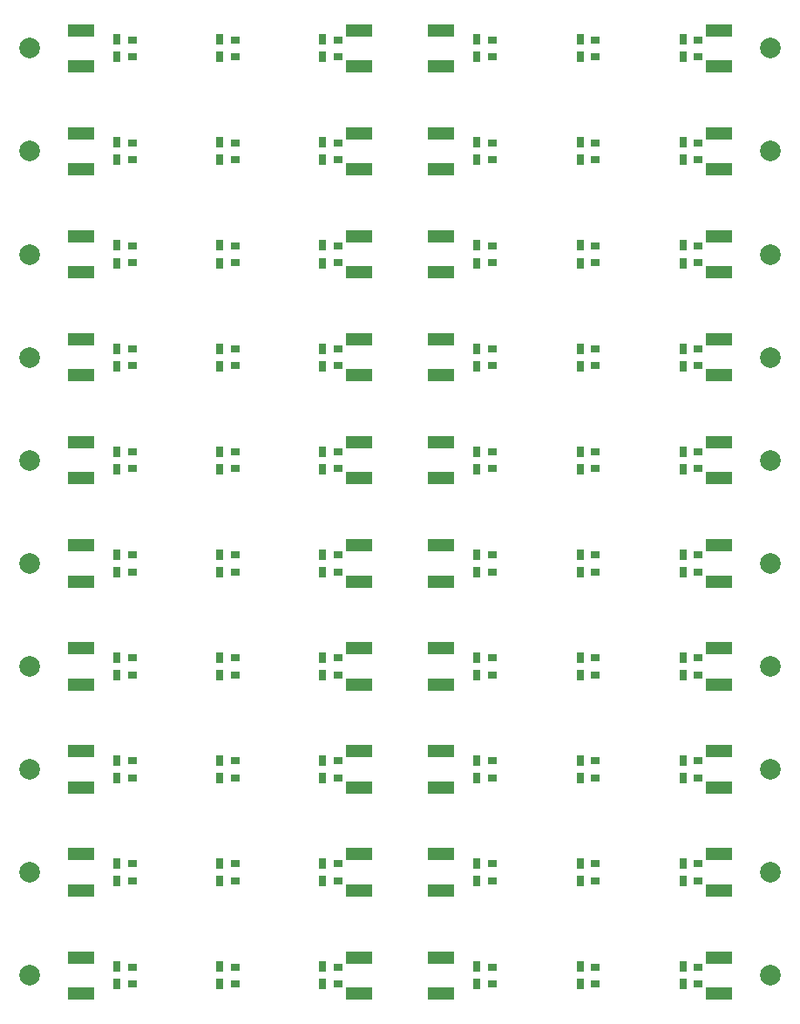
<source format=gbs>
%TF.GenerationSoftware,KiCad,Pcbnew,(5.1.9)-1*%
%TF.CreationDate,2021-03-16T21:43:32+09:00*%
%TF.ProjectId,RoomLightExtensionBoard,526f6f6d-4c69-4676-9874-457874656e73,rev?*%
%TF.SameCoordinates,PX5c81a40PY7b06240*%
%TF.FileFunction,Soldermask,Bot*%
%TF.FilePolarity,Negative*%
%FSLAX46Y46*%
G04 Gerber Fmt 4.6, Leading zero omitted, Abs format (unit mm)*
G04 Created by KiCad (PCBNEW (5.1.9)-1) date 2021-03-16 21:43:32*
%MOMM*%
%LPD*%
G01*
G04 APERTURE LIST*
%ADD10C,2.000000*%
%ADD11R,0.900000X0.650000*%
%ADD12R,2.500000X1.200000*%
%ADD13R,0.800000X1.000000*%
G04 APERTURE END LIST*
D10*
%TO.C,REF\u002A\u002A*%
X74500000Y4000000D03*
%TD*%
%TO.C,REF\u002A\u002A*%
X74500000Y14000000D03*
%TD*%
%TO.C,REF\u002A\u002A*%
X74500000Y24000000D03*
%TD*%
%TO.C,REF\u002A\u002A*%
X74500000Y34000000D03*
%TD*%
%TO.C,REF\u002A\u002A*%
X74500000Y44000000D03*
%TD*%
%TO.C,REF\u002A\u002A*%
X74500000Y54000000D03*
%TD*%
%TO.C,REF\u002A\u002A*%
X74500000Y64000000D03*
%TD*%
%TO.C,REF\u002A\u002A*%
X74500000Y74000000D03*
%TD*%
%TO.C,REF\u002A\u002A*%
X74500000Y84000000D03*
%TD*%
%TO.C,REF\u002A\u002A*%
X74500000Y94000000D03*
%TD*%
%TO.C,REF\u002A\u002A*%
X2500000Y4000000D03*
%TD*%
%TO.C,REF\u002A\u002A*%
X2500000Y14000000D03*
%TD*%
%TO.C,REF\u002A\u002A*%
X2500000Y24000000D03*
%TD*%
%TO.C,REF\u002A\u002A*%
X2500000Y34000000D03*
%TD*%
%TO.C,REF\u002A\u002A*%
X2500000Y44000000D03*
%TD*%
%TO.C,REF\u002A\u002A*%
X2500000Y54000000D03*
%TD*%
%TO.C,REF\u002A\u002A*%
X2500000Y64000000D03*
%TD*%
%TO.C,REF\u002A\u002A*%
X2500000Y74000000D03*
%TD*%
%TO.C,REF\u002A\u002A*%
X2500000Y84000000D03*
%TD*%
D11*
%TO.C,R1*%
X67500000Y4825000D03*
X67500000Y3175000D03*
%TD*%
%TO.C,R1*%
X32500000Y4825000D03*
X32500000Y3175000D03*
%TD*%
%TO.C,R1*%
X67500000Y14825000D03*
X67500000Y13175000D03*
%TD*%
%TO.C,R1*%
X32500000Y14825000D03*
X32500000Y13175000D03*
%TD*%
%TO.C,R1*%
X67500000Y24825000D03*
X67500000Y23175000D03*
%TD*%
%TO.C,R1*%
X32500000Y24825000D03*
X32500000Y23175000D03*
%TD*%
%TO.C,R1*%
X67500000Y34825000D03*
X67500000Y33175000D03*
%TD*%
%TO.C,R1*%
X32500000Y34825000D03*
X32500000Y33175000D03*
%TD*%
%TO.C,R1*%
X67500000Y44825000D03*
X67500000Y43175000D03*
%TD*%
%TO.C,R1*%
X32500000Y44825000D03*
X32500000Y43175000D03*
%TD*%
%TO.C,R1*%
X67500000Y54825000D03*
X67500000Y53175000D03*
%TD*%
%TO.C,R1*%
X32500000Y54825000D03*
X32500000Y53175000D03*
%TD*%
%TO.C,R1*%
X67500000Y64825000D03*
X67500000Y63175000D03*
%TD*%
%TO.C,R1*%
X32500000Y64825000D03*
X32500000Y63175000D03*
%TD*%
%TO.C,R1*%
X67500000Y74825000D03*
X67500000Y73175000D03*
%TD*%
%TO.C,R1*%
X32500000Y74825000D03*
X32500000Y73175000D03*
%TD*%
%TO.C,R1*%
X67500000Y84825000D03*
X67500000Y83175000D03*
%TD*%
%TO.C,R1*%
X32500000Y84825000D03*
X32500000Y83175000D03*
%TD*%
%TO.C,R1*%
X67500000Y94825000D03*
X67500000Y93175000D03*
%TD*%
D12*
%TO.C,J2*%
X42500000Y2250000D03*
%TD*%
%TO.C,J2*%
X7500000Y2250000D03*
%TD*%
%TO.C,J2*%
X42500000Y12250000D03*
%TD*%
%TO.C,J2*%
X7500000Y12250000D03*
%TD*%
%TO.C,J2*%
X42500000Y22250000D03*
%TD*%
%TO.C,J2*%
X7500000Y22250000D03*
%TD*%
%TO.C,J2*%
X42500000Y32250000D03*
%TD*%
%TO.C,J2*%
X7500000Y32250000D03*
%TD*%
%TO.C,J2*%
X42500000Y42250000D03*
%TD*%
%TO.C,J2*%
X7500000Y42250000D03*
%TD*%
%TO.C,J2*%
X42500000Y52250000D03*
%TD*%
%TO.C,J2*%
X7500000Y52250000D03*
%TD*%
%TO.C,J2*%
X42500000Y62250000D03*
%TD*%
%TO.C,J2*%
X7500000Y62250000D03*
%TD*%
%TO.C,J2*%
X42500000Y72250000D03*
%TD*%
%TO.C,J2*%
X7500000Y72250000D03*
%TD*%
%TO.C,J2*%
X42500000Y82250000D03*
%TD*%
%TO.C,J2*%
X7500000Y82250000D03*
%TD*%
%TO.C,J2*%
X42500000Y92250000D03*
%TD*%
%TO.C,J4*%
X42500000Y5750000D03*
%TD*%
%TO.C,J4*%
X7500000Y5750000D03*
%TD*%
%TO.C,J4*%
X42500000Y15750000D03*
%TD*%
%TO.C,J4*%
X7500000Y15750000D03*
%TD*%
%TO.C,J4*%
X42500000Y25750000D03*
%TD*%
%TO.C,J4*%
X7500000Y25750000D03*
%TD*%
%TO.C,J4*%
X42500000Y35750000D03*
%TD*%
%TO.C,J4*%
X7500000Y35750000D03*
%TD*%
%TO.C,J4*%
X42500000Y45750000D03*
%TD*%
%TO.C,J4*%
X7500000Y45750000D03*
%TD*%
%TO.C,J4*%
X42500000Y55750000D03*
%TD*%
%TO.C,J4*%
X7500000Y55750000D03*
%TD*%
%TO.C,J4*%
X42500000Y65750000D03*
%TD*%
%TO.C,J4*%
X7500000Y65750000D03*
%TD*%
%TO.C,J4*%
X42500000Y75750000D03*
%TD*%
%TO.C,J4*%
X7500000Y75750000D03*
%TD*%
%TO.C,J4*%
X42500000Y85750000D03*
%TD*%
%TO.C,J4*%
X7500000Y85750000D03*
%TD*%
%TO.C,J4*%
X42500000Y95750000D03*
%TD*%
D11*
%TO.C,R2*%
X57500000Y3175000D03*
X57500000Y4825000D03*
%TD*%
%TO.C,R2*%
X22500000Y3175000D03*
X22500000Y4825000D03*
%TD*%
%TO.C,R2*%
X57500000Y13175000D03*
X57500000Y14825000D03*
%TD*%
%TO.C,R2*%
X22500000Y13175000D03*
X22500000Y14825000D03*
%TD*%
%TO.C,R2*%
X57500000Y23175000D03*
X57500000Y24825000D03*
%TD*%
%TO.C,R2*%
X22500000Y23175000D03*
X22500000Y24825000D03*
%TD*%
%TO.C,R2*%
X57500000Y33175000D03*
X57500000Y34825000D03*
%TD*%
%TO.C,R2*%
X22500000Y33175000D03*
X22500000Y34825000D03*
%TD*%
%TO.C,R2*%
X57500000Y43175000D03*
X57500000Y44825000D03*
%TD*%
%TO.C,R2*%
X22500000Y43175000D03*
X22500000Y44825000D03*
%TD*%
%TO.C,R2*%
X57500000Y53175000D03*
X57500000Y54825000D03*
%TD*%
%TO.C,R2*%
X22500000Y53175000D03*
X22500000Y54825000D03*
%TD*%
%TO.C,R2*%
X57500000Y63175000D03*
X57500000Y64825000D03*
%TD*%
%TO.C,R2*%
X22500000Y63175000D03*
X22500000Y64825000D03*
%TD*%
%TO.C,R2*%
X57500000Y73175000D03*
X57500000Y74825000D03*
%TD*%
%TO.C,R2*%
X22500000Y73175000D03*
X22500000Y74825000D03*
%TD*%
%TO.C,R2*%
X57500000Y83175000D03*
X57500000Y84825000D03*
%TD*%
%TO.C,R2*%
X22500000Y83175000D03*
X22500000Y84825000D03*
%TD*%
%TO.C,R2*%
X57500000Y93175000D03*
X57500000Y94825000D03*
%TD*%
D13*
%TO.C,D3*%
X46000000Y3150000D03*
X46000000Y4850000D03*
%TD*%
%TO.C,D3*%
X11000000Y3150000D03*
X11000000Y4850000D03*
%TD*%
%TO.C,D3*%
X46000000Y13150000D03*
X46000000Y14850000D03*
%TD*%
%TO.C,D3*%
X11000000Y13150000D03*
X11000000Y14850000D03*
%TD*%
%TO.C,D3*%
X46000000Y23150000D03*
X46000000Y24850000D03*
%TD*%
%TO.C,D3*%
X11000000Y23150000D03*
X11000000Y24850000D03*
%TD*%
%TO.C,D3*%
X46000000Y33150000D03*
X46000000Y34850000D03*
%TD*%
%TO.C,D3*%
X11000000Y33150000D03*
X11000000Y34850000D03*
%TD*%
%TO.C,D3*%
X46000000Y43150000D03*
X46000000Y44850000D03*
%TD*%
%TO.C,D3*%
X11000000Y43150000D03*
X11000000Y44850000D03*
%TD*%
%TO.C,D3*%
X46000000Y53150000D03*
X46000000Y54850000D03*
%TD*%
%TO.C,D3*%
X11000000Y53150000D03*
X11000000Y54850000D03*
%TD*%
%TO.C,D3*%
X46000000Y63150000D03*
X46000000Y64850000D03*
%TD*%
%TO.C,D3*%
X11000000Y63150000D03*
X11000000Y64850000D03*
%TD*%
%TO.C,D3*%
X46000000Y73150000D03*
X46000000Y74850000D03*
%TD*%
%TO.C,D3*%
X11000000Y73150000D03*
X11000000Y74850000D03*
%TD*%
%TO.C,D3*%
X46000000Y83150000D03*
X46000000Y84850000D03*
%TD*%
%TO.C,D3*%
X11000000Y83150000D03*
X11000000Y84850000D03*
%TD*%
%TO.C,D3*%
X46000000Y93150000D03*
X46000000Y94850000D03*
%TD*%
%TO.C,D1*%
X66000000Y3150000D03*
X66000000Y4850000D03*
%TD*%
%TO.C,D1*%
X31000000Y3150000D03*
X31000000Y4850000D03*
%TD*%
%TO.C,D1*%
X66000000Y13150000D03*
X66000000Y14850000D03*
%TD*%
%TO.C,D1*%
X31000000Y13150000D03*
X31000000Y14850000D03*
%TD*%
%TO.C,D1*%
X66000000Y23150000D03*
X66000000Y24850000D03*
%TD*%
%TO.C,D1*%
X31000000Y23150000D03*
X31000000Y24850000D03*
%TD*%
%TO.C,D1*%
X66000000Y33150000D03*
X66000000Y34850000D03*
%TD*%
%TO.C,D1*%
X31000000Y33150000D03*
X31000000Y34850000D03*
%TD*%
%TO.C,D1*%
X66000000Y43150000D03*
X66000000Y44850000D03*
%TD*%
%TO.C,D1*%
X31000000Y43150000D03*
X31000000Y44850000D03*
%TD*%
%TO.C,D1*%
X66000000Y53150000D03*
X66000000Y54850000D03*
%TD*%
%TO.C,D1*%
X31000000Y53150000D03*
X31000000Y54850000D03*
%TD*%
%TO.C,D1*%
X66000000Y63150000D03*
X66000000Y64850000D03*
%TD*%
%TO.C,D1*%
X31000000Y63150000D03*
X31000000Y64850000D03*
%TD*%
%TO.C,D1*%
X66000000Y73150000D03*
X66000000Y74850000D03*
%TD*%
%TO.C,D1*%
X31000000Y73150000D03*
X31000000Y74850000D03*
%TD*%
%TO.C,D1*%
X66000000Y83150000D03*
X66000000Y84850000D03*
%TD*%
%TO.C,D1*%
X31000000Y83150000D03*
X31000000Y84850000D03*
%TD*%
%TO.C,D1*%
X66000000Y93150000D03*
X66000000Y94850000D03*
%TD*%
D12*
%TO.C,J3*%
X69500000Y5750000D03*
%TD*%
%TO.C,J3*%
X34500000Y5750000D03*
%TD*%
%TO.C,J3*%
X69500000Y15750000D03*
%TD*%
%TO.C,J3*%
X34500000Y15750000D03*
%TD*%
%TO.C,J3*%
X69500000Y25750000D03*
%TD*%
%TO.C,J3*%
X34500000Y25750000D03*
%TD*%
%TO.C,J3*%
X69500000Y35750000D03*
%TD*%
%TO.C,J3*%
X34500000Y35750000D03*
%TD*%
%TO.C,J3*%
X69500000Y45750000D03*
%TD*%
%TO.C,J3*%
X34500000Y45750000D03*
%TD*%
%TO.C,J3*%
X69500000Y55750000D03*
%TD*%
%TO.C,J3*%
X34500000Y55750000D03*
%TD*%
%TO.C,J3*%
X69500000Y65750000D03*
%TD*%
%TO.C,J3*%
X34500000Y65750000D03*
%TD*%
%TO.C,J3*%
X69500000Y75750000D03*
%TD*%
%TO.C,J3*%
X34500000Y75750000D03*
%TD*%
%TO.C,J3*%
X69500000Y85750000D03*
%TD*%
%TO.C,J3*%
X34500000Y85750000D03*
%TD*%
%TO.C,J3*%
X69500000Y95750000D03*
%TD*%
%TO.C,J1*%
X69500000Y2250000D03*
%TD*%
%TO.C,J1*%
X34500000Y2250000D03*
%TD*%
%TO.C,J1*%
X69500000Y12250000D03*
%TD*%
%TO.C,J1*%
X34500000Y12250000D03*
%TD*%
%TO.C,J1*%
X69500000Y22250000D03*
%TD*%
%TO.C,J1*%
X34500000Y22250000D03*
%TD*%
%TO.C,J1*%
X69500000Y32250000D03*
%TD*%
%TO.C,J1*%
X34500000Y32250000D03*
%TD*%
%TO.C,J1*%
X69500000Y42250000D03*
%TD*%
%TO.C,J1*%
X34500000Y42250000D03*
%TD*%
%TO.C,J1*%
X69500000Y52250000D03*
%TD*%
%TO.C,J1*%
X34500000Y52250000D03*
%TD*%
%TO.C,J1*%
X69500000Y62250000D03*
%TD*%
%TO.C,J1*%
X34500000Y62250000D03*
%TD*%
%TO.C,J1*%
X69500000Y72250000D03*
%TD*%
%TO.C,J1*%
X34500000Y72250000D03*
%TD*%
%TO.C,J1*%
X69500000Y82250000D03*
%TD*%
%TO.C,J1*%
X34500000Y82250000D03*
%TD*%
%TO.C,J1*%
X69500000Y92250000D03*
%TD*%
D13*
%TO.C,D2*%
X56000000Y4850000D03*
X56000000Y3150000D03*
%TD*%
%TO.C,D2*%
X21000000Y4850000D03*
X21000000Y3150000D03*
%TD*%
%TO.C,D2*%
X56000000Y14850000D03*
X56000000Y13150000D03*
%TD*%
%TO.C,D2*%
X21000000Y14850000D03*
X21000000Y13150000D03*
%TD*%
%TO.C,D2*%
X56000000Y24850000D03*
X56000000Y23150000D03*
%TD*%
%TO.C,D2*%
X21000000Y24850000D03*
X21000000Y23150000D03*
%TD*%
%TO.C,D2*%
X56000000Y34850000D03*
X56000000Y33150000D03*
%TD*%
%TO.C,D2*%
X21000000Y34850000D03*
X21000000Y33150000D03*
%TD*%
%TO.C,D2*%
X56000000Y44850000D03*
X56000000Y43150000D03*
%TD*%
%TO.C,D2*%
X21000000Y44850000D03*
X21000000Y43150000D03*
%TD*%
%TO.C,D2*%
X56000000Y54850000D03*
X56000000Y53150000D03*
%TD*%
%TO.C,D2*%
X21000000Y54850000D03*
X21000000Y53150000D03*
%TD*%
%TO.C,D2*%
X56000000Y64850000D03*
X56000000Y63150000D03*
%TD*%
%TO.C,D2*%
X21000000Y64850000D03*
X21000000Y63150000D03*
%TD*%
%TO.C,D2*%
X56000000Y74850000D03*
X56000000Y73150000D03*
%TD*%
%TO.C,D2*%
X21000000Y74850000D03*
X21000000Y73150000D03*
%TD*%
%TO.C,D2*%
X56000000Y84850000D03*
X56000000Y83150000D03*
%TD*%
%TO.C,D2*%
X21000000Y84850000D03*
X21000000Y83150000D03*
%TD*%
%TO.C,D2*%
X56000000Y94850000D03*
X56000000Y93150000D03*
%TD*%
D11*
%TO.C,R3*%
X47500000Y4825000D03*
X47500000Y3175000D03*
%TD*%
%TO.C,R3*%
X12500000Y4825000D03*
X12500000Y3175000D03*
%TD*%
%TO.C,R3*%
X47500000Y14825000D03*
X47500000Y13175000D03*
%TD*%
%TO.C,R3*%
X12500000Y14825000D03*
X12500000Y13175000D03*
%TD*%
%TO.C,R3*%
X47500000Y24825000D03*
X47500000Y23175000D03*
%TD*%
%TO.C,R3*%
X12500000Y24825000D03*
X12500000Y23175000D03*
%TD*%
%TO.C,R3*%
X47500000Y34825000D03*
X47500000Y33175000D03*
%TD*%
%TO.C,R3*%
X12500000Y34825000D03*
X12500000Y33175000D03*
%TD*%
%TO.C,R3*%
X47500000Y44825000D03*
X47500000Y43175000D03*
%TD*%
%TO.C,R3*%
X12500000Y44825000D03*
X12500000Y43175000D03*
%TD*%
%TO.C,R3*%
X47500000Y54825000D03*
X47500000Y53175000D03*
%TD*%
%TO.C,R3*%
X12500000Y54825000D03*
X12500000Y53175000D03*
%TD*%
%TO.C,R3*%
X47500000Y64825000D03*
X47500000Y63175000D03*
%TD*%
%TO.C,R3*%
X12500000Y64825000D03*
X12500000Y63175000D03*
%TD*%
%TO.C,R3*%
X47500000Y74825000D03*
X47500000Y73175000D03*
%TD*%
%TO.C,R3*%
X12500000Y74825000D03*
X12500000Y73175000D03*
%TD*%
%TO.C,R3*%
X47500000Y84825000D03*
X47500000Y83175000D03*
%TD*%
%TO.C,R3*%
X12500000Y84825000D03*
X12500000Y83175000D03*
%TD*%
%TO.C,R3*%
X47500000Y94825000D03*
X47500000Y93175000D03*
%TD*%
D10*
%TO.C,REF\u002A\u002A*%
X2500000Y94000000D03*
%TD*%
D13*
%TO.C,D1*%
X31000000Y94850000D03*
X31000000Y93150000D03*
%TD*%
%TO.C,D2*%
X21000000Y93150000D03*
X21000000Y94850000D03*
%TD*%
%TO.C,D3*%
X11000000Y94850000D03*
X11000000Y93150000D03*
%TD*%
D12*
%TO.C,J1*%
X34500000Y92250000D03*
%TD*%
%TO.C,J2*%
X7500000Y92250000D03*
%TD*%
%TO.C,J3*%
X34500000Y95750000D03*
%TD*%
%TO.C,J4*%
X7500000Y95750000D03*
%TD*%
D11*
%TO.C,R1*%
X32500000Y93175000D03*
X32500000Y94825000D03*
%TD*%
%TO.C,R2*%
X22500000Y94825000D03*
X22500000Y93175000D03*
%TD*%
%TO.C,R3*%
X12500000Y93175000D03*
X12500000Y94825000D03*
%TD*%
M02*

</source>
